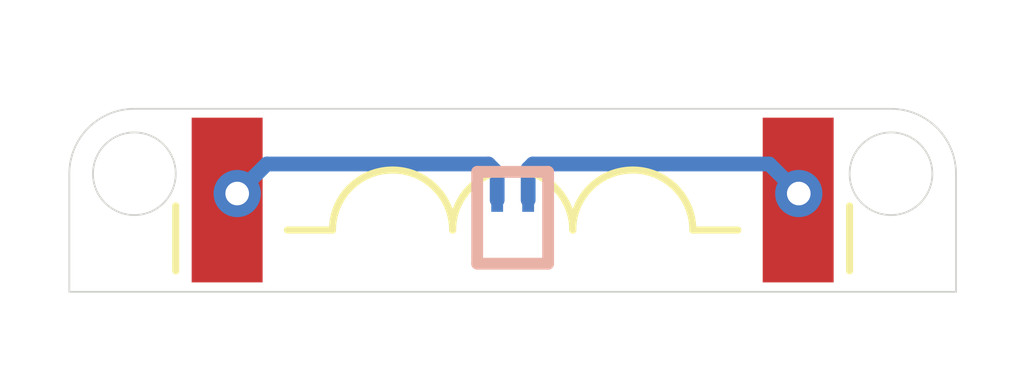
<source format=kicad_pcb>
(kicad_pcb (version 20171130) (host pcbnew "(5.1.4)-1")

  (general
    (thickness 1.6)
    (drawings 8)
    (tracks 10)
    (zones 0)
    (modules 2)
    (nets 3)
  )

  (page A4)
  (layers
    (0 F.Cu signal)
    (31 B.Cu signal)
    (32 B.Adhes user)
    (33 F.Adhes user)
    (34 B.Paste user)
    (35 F.Paste user)
    (36 B.SilkS user)
    (37 F.SilkS user)
    (38 B.Mask user)
    (39 F.Mask user)
    (40 Dwgs.User user)
    (41 Cmts.User user)
    (42 Eco1.User user)
    (43 Eco2.User user)
    (44 Edge.Cuts user)
    (45 Margin user)
    (46 B.CrtYd user)
    (47 F.CrtYd user)
    (48 B.Fab user)
    (49 F.Fab user)
  )

  (setup
    (last_trace_width 0.25)
    (trace_clearance 0.2)
    (zone_clearance 0.508)
    (zone_45_only no)
    (trace_min 0.2)
    (via_size 0.8)
    (via_drill 0.4)
    (via_min_size 0.4)
    (via_min_drill 0.3)
    (uvia_size 0.3)
    (uvia_drill 0.1)
    (uvias_allowed no)
    (uvia_min_size 0.2)
    (uvia_min_drill 0.1)
    (edge_width 0.05)
    (segment_width 0.2)
    (pcb_text_width 0.3)
    (pcb_text_size 1.5 1.5)
    (mod_edge_width 0.12)
    (mod_text_size 1 1)
    (mod_text_width 0.15)
    (pad_size 1.524 1.524)
    (pad_drill 0.762)
    (pad_to_mask_clearance 0.051)
    (solder_mask_min_width 0.25)
    (aux_axis_origin 0 0)
    (visible_elements FFFFFF7F)
    (pcbplotparams
      (layerselection 0x010fc_ffffffff)
      (usegerberextensions true)
      (usegerberattributes false)
      (usegerberadvancedattributes false)
      (creategerberjobfile false)
      (excludeedgelayer true)
      (linewidth 0.100000)
      (plotframeref false)
      (viasonmask false)
      (mode 1)
      (useauxorigin false)
      (hpglpennumber 1)
      (hpglpenspeed 20)
      (hpglpendiameter 15.000000)
      (psnegative false)
      (psa4output false)
      (plotreference true)
      (plotvalue true)
      (plotinvisibletext false)
      (padsonsilk false)
      (subtractmaskfromsilk false)
      (outputformat 1)
      (mirror false)
      (drillshape 0)
      (scaleselection 1)
      (outputdirectory "nfc_gerber/"))
  )

  (net 0 "")
  (net 1 "Net-(M1-PadC1)")
  (net 2 "Net-(M1-PadC2)")

  (net_class Default "This is the default net class."
    (clearance 0.2)
    (trace_width 0.25)
    (via_dia 0.8)
    (via_drill 0.4)
    (uvia_dia 0.3)
    (uvia_drill 0.1)
    (add_net "Net-(M1-PadC1)")
    (add_net "Net-(M1-PadC2)")
  )

  (module nfc_chip_footprints:4308RV (layer F.Cu) (tedit 60D682F4) (tstamp 60D6D631)
    (at 133.41 67.36)
    (path /60D4488E)
    (fp_text reference U1 (at 0 3.048) (layer F.SilkS) hide
      (effects (font (size 1 1) (thickness 0.15)))
    )
    (fp_text value 4308RV (at 0 -2.54) (layer F.Fab)
      (effects (font (size 1 1) (thickness 0.15)))
    )
    (fp_line (start -3.048 0.508) (end -3.81 0.508) (layer F.SilkS) (width 0.12))
    (fp_line (start 3.048 0.508) (end 3.81 0.508) (layer F.SilkS) (width 0.12))
    (fp_arc (start 2.032 0.508) (end 3.048 0.508) (angle -180) (layer F.SilkS) (width 0.12))
    (fp_arc (start -2.032 0.508) (end -1.016 0.508) (angle -180) (layer F.SilkS) (width 0.12))
    (fp_arc (start 0 0.508) (end 1.016 0.508) (angle -180) (layer F.SilkS) (width 0.12))
    (fp_line (start 5.7 0.1) (end 5.7 1.2) (layer F.SilkS) (width 0.12))
    (fp_line (start -5.7 0.1) (end -5.7 1.2) (layer F.SilkS) (width 0.12))
    (pad A2 smd rect (at -4.23 0 180) (size 1.2 2.79) (drill (offset 0.6 0)) (layers F.Cu F.Paste F.Mask)
      (net 2 "Net-(M1-PadC2)"))
    (pad A1 smd rect (at 4.23 0) (size 1.2 2.79) (drill (offset 0.6 0)) (layers F.Cu F.Paste F.Mask)
      (net 1 "Net-(M1-PadC1)"))
  )

  (module nfc_chip_footprints:ATA5577CM2xxxC-DBQ (layer B.Cu) (tedit 60D3C166) (tstamp 60D6D4F1)
    (at 133.41 67.36)
    (path /60D46D89)
    (fp_text reference M1 (at 0 -1.778) (layer B.SilkS) hide
      (effects (font (size 1 1) (thickness 0.15)) (justify mirror))
    )
    (fp_text value ATA5577CM2xxxC-DBQ (at 0 2.286) (layer B.Fab)
      (effects (font (size 1 1) (thickness 0.15)) (justify mirror))
    )
    (fp_line (start 0.6 -0.477) (end 0.6 1.078) (layer B.SilkS) (width 0.2))
    (fp_line (start -0.6 1.078) (end 0.6 1.078) (layer B.SilkS) (width 0.2))
    (fp_line (start -0.6 -0.477) (end -0.6 1.078) (layer B.SilkS) (width 0.2))
    (fp_line (start -0.6 -0.477) (end 0.6 -0.477) (layer B.SilkS) (width 0.2))
    (pad C1 smd rect (at 0.262 0) (size 0.2 0.4) (layers B.Cu B.Paste B.Mask)
      (net 1 "Net-(M1-PadC1)"))
    (pad C2 smd rect (at -0.262 0) (size 0.2 0.4) (layers B.Cu B.Paste B.Mask)
      (net 2 "Net-(M1-PadC2)"))
  )

  (gr_circle (center 127.01 66.915) (end 127.709999 66.915) (layer Edge.Cuts) (width 0.03) (tstamp 60D6D617))
  (gr_line (start 140.91 66.915) (end 140.91 68.915) (layer Edge.Cuts) (width 0.03) (tstamp 60D6D61A))
  (gr_line (start 125.91 68.915) (end 125.91 66.915) (layer Edge.Cuts) (width 0.03) (tstamp 60D6D61D))
  (gr_line (start 140.91 68.915) (end 125.91 68.915) (layer Edge.Cuts) (width 0.03) (tstamp 60D6D620))
  (gr_circle (center 139.81 66.915) (end 140.51 66.915) (layer Edge.Cuts) (width 0.03) (tstamp 60D6D623))
  (gr_arc (start 127.01 66.915) (end 127.01 65.815) (angle -90) (layer Edge.Cuts) (width 0.03) (tstamp 60D6D653))
  (gr_line (start 127.01 65.815) (end 139.81 65.815) (layer Edge.Cuts) (width 0.03) (tstamp 60D6D659))
  (gr_arc (start 139.81 66.915) (end 140.91 66.915) (angle -90) (layer Edge.Cuts) (width 0.03) (tstamp 60D6D65C))

  (via (at 138.25 67.25) (size 0.8) (drill 0.4) (layers F.Cu B.Cu) (net 1))
  (segment (start 137.75 66.75) (end 138.25 67.25) (width 0.25) (layer B.Cu) (net 1))
  (segment (start 133.75 66.75) (end 137.75 66.75) (width 0.25) (layer B.Cu) (net 1))
  (segment (start 133.672 67.36) (end 133.672 66.828) (width 0.25) (layer B.Cu) (net 1))
  (segment (start 133.672 66.828) (end 133.75 66.75) (width 0.25) (layer B.Cu) (net 1))
  (via (at 128.75 67.25) (size 0.8) (drill 0.4) (layers F.Cu B.Cu) (net 2))
  (segment (start 129.25 66.75) (end 128.75 67.25) (width 0.25) (layer B.Cu) (net 2))
  (segment (start 133 66.75) (end 129.25 66.75) (width 0.25) (layer B.Cu) (net 2))
  (segment (start 133.148 67.36) (end 133.148 66.898) (width 0.25) (layer B.Cu) (net 2))
  (segment (start 133.148 66.898) (end 133 66.75) (width 0.25) (layer B.Cu) (net 2))

)

</source>
